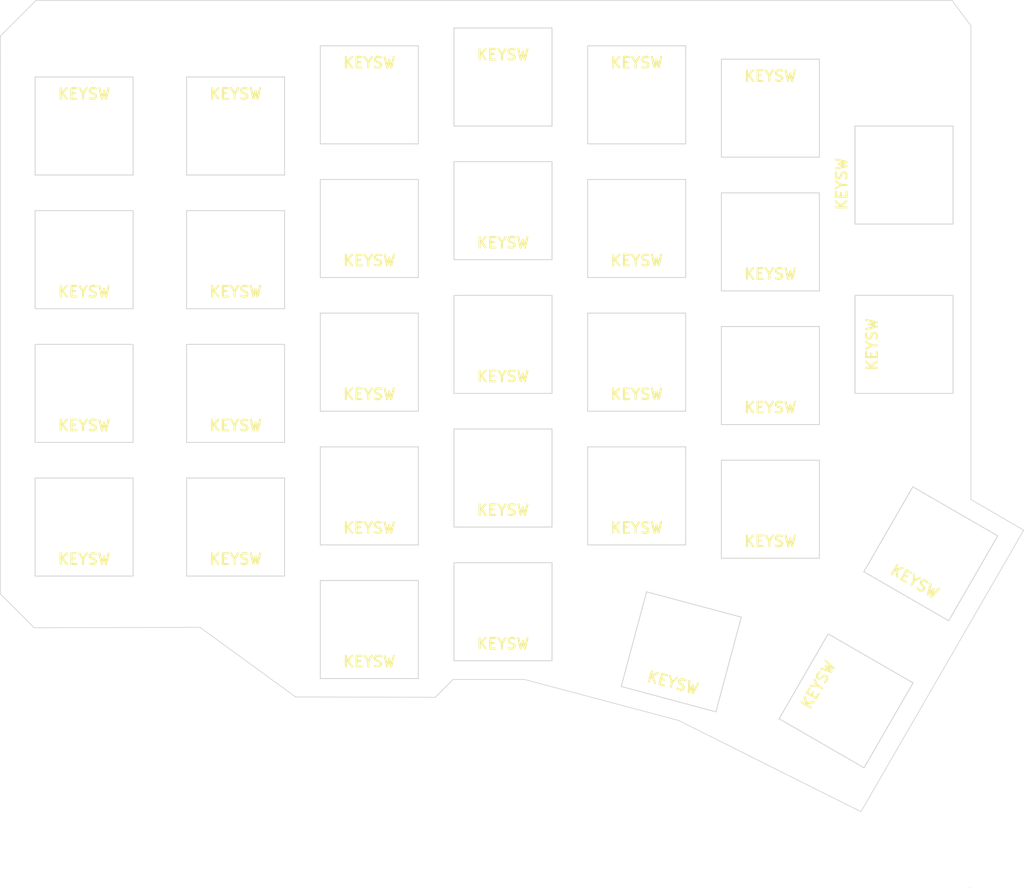
<source format=kicad_pcb>
(kicad_pcb (version 20171130) (host pcbnew "(5.1.2)-2")

  (general
    (thickness 1.6)
    (drawings 18)
    (tracks 0)
    (zones 0)
    (modules 31)
    (nets 1)
  )

  (page A4)
  (title_block
    (title "Redox keyboard PCB")
    (date 2018-05-05)
    (rev 1.0)
    (comment 1 "designed by Mattia Dal Ben (aka u/TiaMaT102)")
    (comment 2 https://github.com/mattdibi/redox-keyboard)
  )

  (layers
    (0 F.Cu signal hide)
    (31 B.Cu signal hide)
    (32 B.Adhes user hide)
    (33 F.Adhes user hide)
    (34 B.Paste user hide)
    (35 F.Paste user hide)
    (36 B.SilkS user hide)
    (37 F.SilkS user hide)
    (38 B.Mask user hide)
    (39 F.Mask user hide)
    (40 Dwgs.User user hide)
    (41 Cmts.User user hide)
    (42 Eco1.User user)
    (43 Eco2.User user hide)
    (44 Edge.Cuts user)
    (45 Margin user hide)
    (46 B.CrtYd user hide)
    (47 F.CrtYd user hide)
    (48 B.Fab user hide)
    (49 F.Fab user hide)
  )

  (setup
    (last_trace_width 0.25)
    (trace_clearance 0.2)
    (zone_clearance 0.508)
    (zone_45_only no)
    (trace_min 0.2)
    (via_size 0.6)
    (via_drill 0.4)
    (via_min_size 0.4)
    (via_min_drill 0.3)
    (uvia_size 0.3)
    (uvia_drill 0.1)
    (uvias_allowed no)
    (uvia_min_size 0.2)
    (uvia_min_drill 0.1)
    (edge_width 0.1)
    (segment_width 0.2)
    (pcb_text_width 0.3)
    (pcb_text_size 1.5 1.5)
    (mod_edge_width 0.15)
    (mod_text_size 1 1)
    (mod_text_width 0.15)
    (pad_size 1.5 1.5)
    (pad_drill 0.6)
    (pad_to_mask_clearance 0)
    (aux_axis_origin 0 0)
    (visible_elements 7FFFFFFF)
    (pcbplotparams
      (layerselection 0x010fc_ffffffff)
      (usegerberextensions true)
      (usegerberattributes false)
      (usegerberadvancedattributes false)
      (creategerberjobfile false)
      (excludeedgelayer true)
      (linewidth 0.100000)
      (plotframeref false)
      (viasonmask false)
      (mode 1)
      (useauxorigin false)
      (hpglpennumber 1)
      (hpglpenspeed 20)
      (hpglpendiameter 15.000000)
      (psnegative false)
      (psa4output false)
      (plotreference true)
      (plotvalue true)
      (plotinvisibletext false)
      (padsonsilk false)
      (subtractmaskfromsilk false)
      (outputformat 1)
      (mirror false)
      (drillshape 0)
      (scaleselection 1)
      (outputdirectory "gerber_files/"))
  )

  (net 0 "")

  (net_class Default "Questo è il gruppo di collegamenti predefinito"
    (clearance 0.2)
    (trace_width 0.25)
    (via_dia 0.6)
    (via_drill 0.4)
    (uvia_dia 0.3)
    (uvia_drill 0.1)
  )

  (module pcb:SW_Cherry_MX_1.00u_PCB (layer F.Cu) (tedit 5DB3E7C9) (tstamp 5A80A406)
    (at 151.13 59.69 180)
    (descr "Cherry MX keyswitch, 1.00u, PCB mount, http://cherryamericas.com/wp-content/uploads/2014/12/mx_cat.pdf")
    (tags "Cherry MX keyswitch 1.00u PCB")
    (path /5A809203)
    (fp_text reference K3 (at -0.22 2.79 180) (layer F.SilkS) hide
      (effects (font (size 1 1) (thickness 0.2)))
    )
    (fp_text value KEYSW (at 0 3.175 180) (layer F.SilkS)
      (effects (font (size 1.524 1.524) (thickness 0.3048)))
    )
    (fp_line (start -6.985 6.985) (end -6.985 -6.985) (layer Edge.Cuts) (width 0.12))
    (fp_line (start 6.985 6.985) (end -6.985 6.985) (layer Edge.Cuts) (width 0.12))
    (fp_line (start 6.985 -6.985) (end 6.985 6.985) (layer Edge.Cuts) (width 0.12))
    (fp_line (start -6.985 -6.985) (end 6.985 -6.985) (layer Edge.Cuts) (width 0.12))
    (fp_line (start -9.525 9.525) (end -9.525 -9.525) (layer Dwgs.User) (width 0.15))
    (fp_line (start 9.525 9.525) (end -9.525 9.525) (layer Dwgs.User) (width 0.15))
    (fp_line (start 9.525 -9.525) (end 9.525 9.525) (layer Dwgs.User) (width 0.15))
    (fp_line (start -9.525 -9.525) (end 9.525 -9.525) (layer Dwgs.User) (width 0.15))
    (fp_text user %R (at 0 -7.874) (layer F.Fab)
      (effects (font (size 1 1) (thickness 0.15)))
    )
    (model ${KISYS3DMOD}/Button_Switch_Keyboard.3dshapes/SW_Cherry_MX_1.00u_PCB.wrl
      (at (xyz 0 0 0))
      (scale (xyz 1 1 1))
      (rotate (xyz 0 0 0))
    )
  )

  (module pcb:SW_Cherry_MX_1.00u_PCB (layer F.Cu) (tedit 5DB3E7C9) (tstamp 5A80A523)
    (at 170.18 100.33)
    (descr "Cherry MX keyswitch, 1.00u, PCB mount, http://cherryamericas.com/wp-content/uploads/2014/12/mx_cat.pdf")
    (tags "Cherry MX keyswitch 1.00u PCB")
    (path /5A80ABBE)
    (fp_text reference K24 (at -0.22 2.79) (layer F.SilkS) hide
      (effects (font (size 1 1) (thickness 0.2)))
    )
    (fp_text value KEYSW (at 0 4.572) (layer F.SilkS)
      (effects (font (size 1.524 1.524) (thickness 0.3048)))
    )
    (fp_line (start -6.985 6.985) (end -6.985 -6.985) (layer Edge.Cuts) (width 0.12))
    (fp_line (start 6.985 6.985) (end -6.985 6.985) (layer Edge.Cuts) (width 0.12))
    (fp_line (start 6.985 -6.985) (end 6.985 6.985) (layer Edge.Cuts) (width 0.12))
    (fp_line (start -6.985 -6.985) (end 6.985 -6.985) (layer Edge.Cuts) (width 0.12))
    (fp_line (start -9.525 9.525) (end -9.525 -9.525) (layer Dwgs.User) (width 0.15))
    (fp_line (start 9.525 9.525) (end -9.525 9.525) (layer Dwgs.User) (width 0.15))
    (fp_line (start 9.525 -9.525) (end 9.525 9.525) (layer Dwgs.User) (width 0.15))
    (fp_line (start -9.525 -9.525) (end 9.525 -9.525) (layer Dwgs.User) (width 0.15))
    (fp_text user %R (at 0 -7.874) (layer F.Fab)
      (effects (font (size 1 1) (thickness 0.15)))
    )
    (model ${KISYS3DMOD}/Button_Switch_Keyboard.3dshapes/SW_Cherry_MX_1.00u_PCB.wrl
      (at (xyz 0 0 0))
      (scale (xyz 1 1 1))
      (rotate (xyz 0 0 0))
    )
  )

  (module pcb:SW_Cherry_MX_1.00u_PCB (layer F.Cu) (tedit 5DB3E7C9) (tstamp 5A80A640)
    (at 200.025 148.59 240)
    (descr "Cherry MX keyswitch, 1.00u, PCB mount, http://cherryamericas.com/wp-content/uploads/2014/12/mx_cat.pdf")
    (tags "Cherry MX keyswitch 1.00u PCB")
    (path /5A80E4D4)
    (fp_text reference K45 (at -0.254 2.794 240) (layer F.SilkS) hide
      (effects (font (size 1 1) (thickness 0.2)))
    )
    (fp_text value KEYSW (at 0 4.572 240) (layer F.SilkS)
      (effects (font (size 1.524 1.524) (thickness 0.3048)))
    )
    (fp_line (start -6.985 6.985) (end -6.985 -6.985) (layer Edge.Cuts) (width 0.12))
    (fp_line (start 6.985 6.985) (end -6.985 6.985) (layer Edge.Cuts) (width 0.12))
    (fp_line (start 6.985 -6.985) (end 6.985 6.985) (layer Edge.Cuts) (width 0.12))
    (fp_line (start -6.985 -6.985) (end 6.985 -6.985) (layer Edge.Cuts) (width 0.12))
    (fp_line (start -9.525 9.525) (end -9.525 -9.525) (layer Dwgs.User) (width 0.15))
    (fp_line (start 9.525 9.525) (end -9.525 9.525) (layer Dwgs.User) (width 0.15))
    (fp_line (start 9.525 -9.525) (end 9.525 9.525) (layer Dwgs.User) (width 0.15))
    (fp_line (start -9.525 -9.525) (end 9.525 -9.525) (layer Dwgs.User) (width 0.15))
    (fp_text user %R (at 0 -7.874 60) (layer F.Fab)
      (effects (font (size 1 1) (thickness 0.15)))
    )
    (model ${KISYS3DMOD}/Button_Switch_Keyboard.3dshapes/SW_Cherry_MX_1.00u_PCB.wrl
      (at (xyz 0 0 0))
      (scale (xyz 1 1 1))
      (rotate (xyz 0 0 0))
    )
  )

  (module pcb:SW_Cherry_MX_1.00u_PCB (layer F.Cu) (tedit 5DB3E7C9) (tstamp 5A80A4C4)
    (at 208.28 97.79 270)
    (descr "Cherry MX keyswitch, 1.00u, PCB mount, http://cherryamericas.com/wp-content/uploads/2014/12/mx_cat.pdf")
    (tags "Cherry MX keyswitch 1.00u PCB")
    (path /5A809C6B)
    (fp_text reference K16 (at -0.254 2.794 270) (layer F.SilkS) hide
      (effects (font (size 1 1) (thickness 0.2)))
    )
    (fp_text value KEYSW (at 0 4.572 270) (layer F.SilkS)
      (effects (font (size 1.524 1.524) (thickness 0.3048)))
    )
    (fp_line (start -6.985 6.985) (end -6.985 -6.985) (layer Edge.Cuts) (width 0.12))
    (fp_line (start 6.985 6.985) (end -6.985 6.985) (layer Edge.Cuts) (width 0.12))
    (fp_line (start 6.985 -6.985) (end 6.985 6.985) (layer Edge.Cuts) (width 0.12))
    (fp_line (start -6.985 -6.985) (end 6.985 -6.985) (layer Edge.Cuts) (width 0.12))
    (fp_line (start -9.525 9.525) (end -9.525 -9.525) (layer Dwgs.User) (width 0.15))
    (fp_line (start 9.525 9.525) (end -9.525 9.525) (layer Dwgs.User) (width 0.15))
    (fp_line (start 9.525 -9.525) (end 9.525 9.525) (layer Dwgs.User) (width 0.15))
    (fp_line (start -9.525 -9.525) (end 9.525 -9.525) (layer Dwgs.User) (width 0.15))
    (fp_text user %R (at 0 -7.874 90) (layer F.Fab)
      (effects (font (size 1 1) (thickness 0.15)))
    )
    (model ${KISYS3DMOD}/Button_Switch_Keyboard.3dshapes/SW_Cherry_MX_1.00u_PCB.wrl
      (at (xyz 0 0 0))
      (scale (xyz 1 1 1))
      (rotate (xyz 0 0 0))
    )
  )

  (module pcb:SW_Cherry_MX_1.00u_PCB (layer F.Cu) (tedit 5DB3E7C9) (tstamp 5A80A3E0)
    (at 113.03 66.675 180)
    (descr "Cherry MX keyswitch, 1.00u, PCB mount, http://cherryamericas.com/wp-content/uploads/2014/12/mx_cat.pdf")
    (tags "Cherry MX keyswitch 1.00u PCB")
    (path /5A809089)
    (fp_text reference K1 (at -0.22 2.79 180) (layer F.SilkS) hide
      (effects (font (size 1 1) (thickness 0.2)))
    )
    (fp_text value KEYSW (at 0 4.572 180) (layer F.SilkS)
      (effects (font (size 1.524 1.524) (thickness 0.3048)))
    )
    (fp_line (start -6.985 6.985) (end -6.985 -6.985) (layer Edge.Cuts) (width 0.12))
    (fp_line (start 6.985 6.985) (end -6.985 6.985) (layer Edge.Cuts) (width 0.12))
    (fp_line (start 6.985 -6.985) (end 6.985 6.985) (layer Edge.Cuts) (width 0.12))
    (fp_line (start -6.985 -6.985) (end 6.985 -6.985) (layer Edge.Cuts) (width 0.12))
    (fp_line (start -9.525 9.525) (end -9.525 -9.525) (layer Dwgs.User) (width 0.15))
    (fp_line (start 9.525 9.525) (end -9.525 9.525) (layer Dwgs.User) (width 0.15))
    (fp_line (start 9.525 -9.525) (end 9.525 9.525) (layer Dwgs.User) (width 0.15))
    (fp_line (start -9.525 -9.525) (end 9.525 -9.525) (layer Dwgs.User) (width 0.15))
    (fp_text user %R (at 0 -7.874) (layer F.Fab)
      (effects (font (size 1 1) (thickness 0.15)))
    )
    (model ${KISYS3DMOD}/Button_Switch_Keyboard.3dshapes/SW_Cherry_MX_1.00u_PCB.wrl
      (at (xyz 0 0 0))
      (scale (xyz 1 1 1))
      (rotate (xyz 0 0 0))
    )
  )

  (module pcb:SW_Cherry_MX_1.00u_PCB (layer F.Cu) (tedit 5DB3E7C9) (tstamp 5A80A3F3)
    (at 132.08 62.23 180)
    (descr "Cherry MX keyswitch, 1.00u, PCB mount, http://cherryamericas.com/wp-content/uploads/2014/12/mx_cat.pdf")
    (tags "Cherry MX keyswitch 1.00u PCB")
    (path /5A8091F6)
    (fp_text reference K2 (at -0.22 2.79 180) (layer F.SilkS) hide
      (effects (font (size 1 1) (thickness 0.2)))
    )
    (fp_text value KEYSW (at 0 4.572 180) (layer F.SilkS)
      (effects (font (size 1.524 1.524) (thickness 0.3048)))
    )
    (fp_line (start -6.985 6.985) (end -6.985 -6.985) (layer Edge.Cuts) (width 0.12))
    (fp_line (start 6.985 6.985) (end -6.985 6.985) (layer Edge.Cuts) (width 0.12))
    (fp_line (start 6.985 -6.985) (end 6.985 6.985) (layer Edge.Cuts) (width 0.12))
    (fp_line (start -6.985 -6.985) (end 6.985 -6.985) (layer Edge.Cuts) (width 0.12))
    (fp_line (start -9.525 9.525) (end -9.525 -9.525) (layer Dwgs.User) (width 0.15))
    (fp_line (start 9.525 9.525) (end -9.525 9.525) (layer Dwgs.User) (width 0.15))
    (fp_line (start 9.525 -9.525) (end 9.525 9.525) (layer Dwgs.User) (width 0.15))
    (fp_line (start -9.525 -9.525) (end 9.525 -9.525) (layer Dwgs.User) (width 0.15))
    (fp_text user %R (at 0 -7.874) (layer F.Fab)
      (effects (font (size 1 1) (thickness 0.15)))
    )
    (model ${KISYS3DMOD}/Button_Switch_Keyboard.3dshapes/SW_Cherry_MX_1.00u_PCB.wrl
      (at (xyz 0 0 0))
      (scale (xyz 1 1 1))
      (rotate (xyz 0 0 0))
    )
  )

  (module pcb:SW_Cherry_MX_1.00u_PCB (layer F.Cu) (tedit 5DB3E7C9) (tstamp 5A80A419)
    (at 170.18 62.23 180)
    (descr "Cherry MX keyswitch, 1.00u, PCB mount, http://cherryamericas.com/wp-content/uploads/2014/12/mx_cat.pdf")
    (tags "Cherry MX keyswitch 1.00u PCB")
    (path /5A80948D)
    (fp_text reference K4 (at -0.22 2.79 180) (layer F.SilkS) hide
      (effects (font (size 1 1) (thickness 0.2)))
    )
    (fp_text value KEYSW (at 0 4.572 180) (layer F.SilkS)
      (effects (font (size 1.524 1.524) (thickness 0.3048)))
    )
    (fp_line (start -6.985 6.985) (end -6.985 -6.985) (layer Edge.Cuts) (width 0.12))
    (fp_line (start 6.985 6.985) (end -6.985 6.985) (layer Edge.Cuts) (width 0.12))
    (fp_line (start 6.985 -6.985) (end 6.985 6.985) (layer Edge.Cuts) (width 0.12))
    (fp_line (start -6.985 -6.985) (end 6.985 -6.985) (layer Edge.Cuts) (width 0.12))
    (fp_line (start -9.525 9.525) (end -9.525 -9.525) (layer Dwgs.User) (width 0.15))
    (fp_line (start 9.525 9.525) (end -9.525 9.525) (layer Dwgs.User) (width 0.15))
    (fp_line (start 9.525 -9.525) (end 9.525 9.525) (layer Dwgs.User) (width 0.15))
    (fp_line (start -9.525 -9.525) (end 9.525 -9.525) (layer Dwgs.User) (width 0.15))
    (fp_text user %R (at 0 -7.874) (layer F.Fab)
      (effects (font (size 1 1) (thickness 0.15)))
    )
    (model ${KISYS3DMOD}/Button_Switch_Keyboard.3dshapes/SW_Cherry_MX_1.00u_PCB.wrl
      (at (xyz 0 0 0))
      (scale (xyz 1 1 1))
      (rotate (xyz 0 0 0))
    )
  )

  (module pcb:SW_Cherry_MX_1.00u_PCB (layer F.Cu) (tedit 5DB3E7C9) (tstamp 5A80A42C)
    (at 189.23 64.135 180)
    (descr "Cherry MX keyswitch, 1.00u, PCB mount, http://cherryamericas.com/wp-content/uploads/2014/12/mx_cat.pdf")
    (tags "Cherry MX keyswitch 1.00u PCB")
    (path /5A80949A)
    (fp_text reference K5 (at -0.22 2.79 180) (layer F.SilkS) hide
      (effects (font (size 1 1) (thickness 0.2)))
    )
    (fp_text value KEYSW (at 0 4.572 180) (layer F.SilkS)
      (effects (font (size 1.524 1.524) (thickness 0.3048)))
    )
    (fp_line (start -6.985 6.985) (end -6.985 -6.985) (layer Edge.Cuts) (width 0.12))
    (fp_line (start 6.985 6.985) (end -6.985 6.985) (layer Edge.Cuts) (width 0.12))
    (fp_line (start 6.985 -6.985) (end 6.985 6.985) (layer Edge.Cuts) (width 0.12))
    (fp_line (start -6.985 -6.985) (end 6.985 -6.985) (layer Edge.Cuts) (width 0.12))
    (fp_line (start -9.525 9.525) (end -9.525 -9.525) (layer Dwgs.User) (width 0.15))
    (fp_line (start 9.525 9.525) (end -9.525 9.525) (layer Dwgs.User) (width 0.15))
    (fp_line (start 9.525 -9.525) (end 9.525 9.525) (layer Dwgs.User) (width 0.15))
    (fp_line (start -9.525 -9.525) (end 9.525 -9.525) (layer Dwgs.User) (width 0.15))
    (fp_text user %R (at 0 -7.874) (layer F.Fab)
      (effects (font (size 1 1) (thickness 0.15)))
    )
    (model ${KISYS3DMOD}/Button_Switch_Keyboard.3dshapes/SW_Cherry_MX_1.00u_PCB.wrl
      (at (xyz 0 0 0))
      (scale (xyz 1 1 1))
      (rotate (xyz 0 0 0))
    )
  )

  (module pcb:SW_Cherry_MX_1.00u_PCB (layer F.Cu) (tedit 5DB3E7C9) (tstamp 5A80A43F)
    (at 208.28 73.66 180)
    (descr "Cherry MX keyswitch, 1.00u, PCB mount, http://cherryamericas.com/wp-content/uploads/2014/12/mx_cat.pdf")
    (tags "Cherry MX keyswitch 1.00u PCB")
    (path /5A8094A7)
    (fp_text reference K6 (at -0.22 2.79 180) (layer F.SilkS) hide
      (effects (font (size 1 1) (thickness 0.2)))
    )
    (fp_text value KEYSW (at 8.89 -1.27 270) (layer F.SilkS)
      (effects (font (size 1.524 1.524) (thickness 0.3048)))
    )
    (fp_line (start -6.985 6.985) (end -6.985 -6.985) (layer Edge.Cuts) (width 0.12))
    (fp_line (start 6.985 6.985) (end -6.985 6.985) (layer Edge.Cuts) (width 0.12))
    (fp_line (start 6.985 -6.985) (end 6.985 6.985) (layer Edge.Cuts) (width 0.12))
    (fp_line (start -6.985 -6.985) (end 6.985 -6.985) (layer Edge.Cuts) (width 0.12))
    (fp_line (start -9.525 9.525) (end -9.525 -9.525) (layer Dwgs.User) (width 0.15))
    (fp_line (start 9.525 9.525) (end -9.525 9.525) (layer Dwgs.User) (width 0.15))
    (fp_line (start 9.525 -9.525) (end 9.525 9.525) (layer Dwgs.User) (width 0.15))
    (fp_line (start -9.525 -9.525) (end 9.525 -9.525) (layer Dwgs.User) (width 0.15))
    (fp_text user %R (at 0 -7.874) (layer F.Fab)
      (effects (font (size 1 1) (thickness 0.15)))
    )
    (model ${KISYS3DMOD}/Button_Switch_Keyboard.3dshapes/SW_Cherry_MX_1.00u_PCB.wrl
      (at (xyz 0 0 0))
      (scale (xyz 1 1 1))
      (rotate (xyz 0 0 0))
    )
  )

  (module pcb:SW_Cherry_MX_1.00u_PCB (layer F.Cu) (tedit 5DB3E7C9) (tstamp 5A80A465)
    (at 113.03 85.725)
    (descr "Cherry MX keyswitch, 1.00u, PCB mount, http://cherryamericas.com/wp-content/uploads/2014/12/mx_cat.pdf")
    (tags "Cherry MX keyswitch 1.00u PCB")
    (path /5A809C2A)
    (fp_text reference K11 (at -0.22 2.79) (layer F.SilkS) hide
      (effects (font (size 1 1) (thickness 0.2)))
    )
    (fp_text value KEYSW (at 0 4.572) (layer F.SilkS)
      (effects (font (size 1.524 1.524) (thickness 0.3048)))
    )
    (fp_line (start -6.985 6.985) (end -6.985 -6.985) (layer Edge.Cuts) (width 0.12))
    (fp_line (start 6.985 6.985) (end -6.985 6.985) (layer Edge.Cuts) (width 0.12))
    (fp_line (start 6.985 -6.985) (end 6.985 6.985) (layer Edge.Cuts) (width 0.12))
    (fp_line (start -6.985 -6.985) (end 6.985 -6.985) (layer Edge.Cuts) (width 0.12))
    (fp_line (start -9.525 9.525) (end -9.525 -9.525) (layer Dwgs.User) (width 0.15))
    (fp_line (start 9.525 9.525) (end -9.525 9.525) (layer Dwgs.User) (width 0.15))
    (fp_line (start 9.525 -9.525) (end 9.525 9.525) (layer Dwgs.User) (width 0.15))
    (fp_line (start -9.525 -9.525) (end 9.525 -9.525) (layer Dwgs.User) (width 0.15))
    (fp_text user %R (at 0 -7.874) (layer F.Fab)
      (effects (font (size 1 1) (thickness 0.15)))
    )
    (model ${KISYS3DMOD}/Button_Switch_Keyboard.3dshapes/SW_Cherry_MX_1.00u_PCB.wrl
      (at (xyz 0 0 0))
      (scale (xyz 1 1 1))
      (rotate (xyz 0 0 0))
    )
  )

  (module pcb:SW_Cherry_MX_1.00u_PCB (layer F.Cu) (tedit 5DB3E7C9) (tstamp 5A80A478)
    (at 132.08 81.28)
    (descr "Cherry MX keyswitch, 1.00u, PCB mount, http://cherryamericas.com/wp-content/uploads/2014/12/mx_cat.pdf")
    (tags "Cherry MX keyswitch 1.00u PCB")
    (path /5A809C37)
    (fp_text reference K12 (at -0.22 2.79) (layer F.SilkS) hide
      (effects (font (size 1 1) (thickness 0.2)))
    )
    (fp_text value KEYSW (at 0 4.572) (layer F.SilkS)
      (effects (font (size 1.524 1.524) (thickness 0.3048)))
    )
    (fp_line (start -6.985 6.985) (end -6.985 -6.985) (layer Edge.Cuts) (width 0.12))
    (fp_line (start 6.985 6.985) (end -6.985 6.985) (layer Edge.Cuts) (width 0.12))
    (fp_line (start 6.985 -6.985) (end 6.985 6.985) (layer Edge.Cuts) (width 0.12))
    (fp_line (start -6.985 -6.985) (end 6.985 -6.985) (layer Edge.Cuts) (width 0.12))
    (fp_line (start -9.525 9.525) (end -9.525 -9.525) (layer Dwgs.User) (width 0.15))
    (fp_line (start 9.525 9.525) (end -9.525 9.525) (layer Dwgs.User) (width 0.15))
    (fp_line (start 9.525 -9.525) (end 9.525 9.525) (layer Dwgs.User) (width 0.15))
    (fp_line (start -9.525 -9.525) (end 9.525 -9.525) (layer Dwgs.User) (width 0.15))
    (fp_text user %R (at 0 -7.874) (layer F.Fab)
      (effects (font (size 1 1) (thickness 0.15)))
    )
    (model ${KISYS3DMOD}/Button_Switch_Keyboard.3dshapes/SW_Cherry_MX_1.00u_PCB.wrl
      (at (xyz 0 0 0))
      (scale (xyz 1 1 1))
      (rotate (xyz 0 0 0))
    )
  )

  (module pcb:SW_Cherry_MX_1.00u_PCB (layer F.Cu) (tedit 5DB3E7C9) (tstamp 5A80A48B)
    (at 151.13 78.74)
    (descr "Cherry MX keyswitch, 1.00u, PCB mount, http://cherryamericas.com/wp-content/uploads/2014/12/mx_cat.pdf")
    (tags "Cherry MX keyswitch 1.00u PCB")
    (path /5A809C44)
    (fp_text reference K13 (at -0.22 2.79) (layer F.SilkS) hide
      (effects (font (size 1 1) (thickness 0.2)))
    )
    (fp_text value KEYSW (at 0 4.572) (layer F.SilkS)
      (effects (font (size 1.524 1.524) (thickness 0.3048)))
    )
    (fp_line (start -6.985 6.985) (end -6.985 -6.985) (layer Edge.Cuts) (width 0.12))
    (fp_line (start 6.985 6.985) (end -6.985 6.985) (layer Edge.Cuts) (width 0.12))
    (fp_line (start 6.985 -6.985) (end 6.985 6.985) (layer Edge.Cuts) (width 0.12))
    (fp_line (start -6.985 -6.985) (end 6.985 -6.985) (layer Edge.Cuts) (width 0.12))
    (fp_line (start -9.525 9.525) (end -9.525 -9.525) (layer Dwgs.User) (width 0.15))
    (fp_line (start 9.525 9.525) (end -9.525 9.525) (layer Dwgs.User) (width 0.15))
    (fp_line (start 9.525 -9.525) (end 9.525 9.525) (layer Dwgs.User) (width 0.15))
    (fp_line (start -9.525 -9.525) (end 9.525 -9.525) (layer Dwgs.User) (width 0.15))
    (fp_text user %R (at 0 -7.874) (layer F.Fab)
      (effects (font (size 1 1) (thickness 0.15)))
    )
    (model ${KISYS3DMOD}/Button_Switch_Keyboard.3dshapes/SW_Cherry_MX_1.00u_PCB.wrl
      (at (xyz 0 0 0))
      (scale (xyz 1 1 1))
      (rotate (xyz 0 0 0))
    )
  )

  (module pcb:SW_Cherry_MX_1.00u_PCB (layer F.Cu) (tedit 5DB3E7C9) (tstamp 5A80A49E)
    (at 170.18 81.28)
    (descr "Cherry MX keyswitch, 1.00u, PCB mount, http://cherryamericas.com/wp-content/uploads/2014/12/mx_cat.pdf")
    (tags "Cherry MX keyswitch 1.00u PCB")
    (path /5A809C51)
    (fp_text reference K14 (at -0.22 2.79) (layer F.SilkS) hide
      (effects (font (size 1 1) (thickness 0.2)))
    )
    (fp_text value KEYSW (at 0 4.572) (layer F.SilkS)
      (effects (font (size 1.524 1.524) (thickness 0.3048)))
    )
    (fp_line (start -6.985 6.985) (end -6.985 -6.985) (layer Edge.Cuts) (width 0.12))
    (fp_line (start 6.985 6.985) (end -6.985 6.985) (layer Edge.Cuts) (width 0.12))
    (fp_line (start 6.985 -6.985) (end 6.985 6.985) (layer Edge.Cuts) (width 0.12))
    (fp_line (start -6.985 -6.985) (end 6.985 -6.985) (layer Edge.Cuts) (width 0.12))
    (fp_line (start -9.525 9.525) (end -9.525 -9.525) (layer Dwgs.User) (width 0.15))
    (fp_line (start 9.525 9.525) (end -9.525 9.525) (layer Dwgs.User) (width 0.15))
    (fp_line (start 9.525 -9.525) (end 9.525 9.525) (layer Dwgs.User) (width 0.15))
    (fp_line (start -9.525 -9.525) (end 9.525 -9.525) (layer Dwgs.User) (width 0.15))
    (fp_text user %R (at 0 -7.874) (layer F.Fab)
      (effects (font (size 1 1) (thickness 0.15)))
    )
    (model ${KISYS3DMOD}/Button_Switch_Keyboard.3dshapes/SW_Cherry_MX_1.00u_PCB.wrl
      (at (xyz 0 0 0))
      (scale (xyz 1 1 1))
      (rotate (xyz 0 0 0))
    )
  )

  (module pcb:SW_Cherry_MX_1.00u_PCB (layer F.Cu) (tedit 5DB3E7C9) (tstamp 5A80A4B1)
    (at 189.23 83.185)
    (descr "Cherry MX keyswitch, 1.00u, PCB mount, http://cherryamericas.com/wp-content/uploads/2014/12/mx_cat.pdf")
    (tags "Cherry MX keyswitch 1.00u PCB")
    (path /5A809C5E)
    (fp_text reference K15 (at -0.22 2.79) (layer F.SilkS) hide
      (effects (font (size 1 1) (thickness 0.2)))
    )
    (fp_text value KEYSW (at 0 4.572) (layer F.SilkS)
      (effects (font (size 1.524 1.524) (thickness 0.3048)))
    )
    (fp_line (start -6.985 6.985) (end -6.985 -6.985) (layer Edge.Cuts) (width 0.12))
    (fp_line (start 6.985 6.985) (end -6.985 6.985) (layer Edge.Cuts) (width 0.12))
    (fp_line (start 6.985 -6.985) (end 6.985 6.985) (layer Edge.Cuts) (width 0.12))
    (fp_line (start -6.985 -6.985) (end 6.985 -6.985) (layer Edge.Cuts) (width 0.12))
    (fp_line (start -9.525 9.525) (end -9.525 -9.525) (layer Dwgs.User) (width 0.15))
    (fp_line (start 9.525 9.525) (end -9.525 9.525) (layer Dwgs.User) (width 0.15))
    (fp_line (start 9.525 -9.525) (end 9.525 9.525) (layer Dwgs.User) (width 0.15))
    (fp_line (start -9.525 -9.525) (end 9.525 -9.525) (layer Dwgs.User) (width 0.15))
    (fp_text user %R (at 0 -7.874) (layer F.Fab)
      (effects (font (size 1 1) (thickness 0.15)))
    )
    (model ${KISYS3DMOD}/Button_Switch_Keyboard.3dshapes/SW_Cherry_MX_1.00u_PCB.wrl
      (at (xyz 0 0 0))
      (scale (xyz 1 1 1))
      (rotate (xyz 0 0 0))
    )
  )

  (module pcb:SW_Cherry_MX_1.00u_PCB (layer F.Cu) (tedit 5DB3E7C9) (tstamp 5A80A4EA)
    (at 113.03 104.775)
    (descr "Cherry MX keyswitch, 1.00u, PCB mount, http://cherryamericas.com/wp-content/uploads/2014/12/mx_cat.pdf")
    (tags "Cherry MX keyswitch 1.00u PCB")
    (path /5A80AB97)
    (fp_text reference K21 (at -0.22 2.79) (layer F.SilkS) hide
      (effects (font (size 1 1) (thickness 0.2)))
    )
    (fp_text value KEYSW (at 0 4.572) (layer F.SilkS)
      (effects (font (size 1.524 1.524) (thickness 0.3048)))
    )
    (fp_line (start -6.985 6.985) (end -6.985 -6.985) (layer Edge.Cuts) (width 0.12))
    (fp_line (start 6.985 6.985) (end -6.985 6.985) (layer Edge.Cuts) (width 0.12))
    (fp_line (start 6.985 -6.985) (end 6.985 6.985) (layer Edge.Cuts) (width 0.12))
    (fp_line (start -6.985 -6.985) (end 6.985 -6.985) (layer Edge.Cuts) (width 0.12))
    (fp_line (start -9.525 9.525) (end -9.525 -9.525) (layer Dwgs.User) (width 0.15))
    (fp_line (start 9.525 9.525) (end -9.525 9.525) (layer Dwgs.User) (width 0.15))
    (fp_line (start 9.525 -9.525) (end 9.525 9.525) (layer Dwgs.User) (width 0.15))
    (fp_line (start -9.525 -9.525) (end 9.525 -9.525) (layer Dwgs.User) (width 0.15))
    (fp_text user %R (at 0 -7.874) (layer F.Fab)
      (effects (font (size 1 1) (thickness 0.15)))
    )
    (model ${KISYS3DMOD}/Button_Switch_Keyboard.3dshapes/SW_Cherry_MX_1.00u_PCB.wrl
      (at (xyz 0 0 0))
      (scale (xyz 1 1 1))
      (rotate (xyz 0 0 0))
    )
  )

  (module pcb:SW_Cherry_MX_1.00u_PCB (layer F.Cu) (tedit 5DB3E7C9) (tstamp 5A80A4FD)
    (at 132.08 100.33)
    (descr "Cherry MX keyswitch, 1.00u, PCB mount, http://cherryamericas.com/wp-content/uploads/2014/12/mx_cat.pdf")
    (tags "Cherry MX keyswitch 1.00u PCB")
    (path /5A80ABA4)
    (fp_text reference K22 (at -0.22 2.79) (layer F.SilkS) hide
      (effects (font (size 1 1) (thickness 0.2)))
    )
    (fp_text value KEYSW (at 0 4.572) (layer F.SilkS)
      (effects (font (size 1.524 1.524) (thickness 0.3048)))
    )
    (fp_line (start -6.985 6.985) (end -6.985 -6.985) (layer Edge.Cuts) (width 0.12))
    (fp_line (start 6.985 6.985) (end -6.985 6.985) (layer Edge.Cuts) (width 0.12))
    (fp_line (start 6.985 -6.985) (end 6.985 6.985) (layer Edge.Cuts) (width 0.12))
    (fp_line (start -6.985 -6.985) (end 6.985 -6.985) (layer Edge.Cuts) (width 0.12))
    (fp_line (start -9.525 9.525) (end -9.525 -9.525) (layer Dwgs.User) (width 0.15))
    (fp_line (start 9.525 9.525) (end -9.525 9.525) (layer Dwgs.User) (width 0.15))
    (fp_line (start 9.525 -9.525) (end 9.525 9.525) (layer Dwgs.User) (width 0.15))
    (fp_line (start -9.525 -9.525) (end 9.525 -9.525) (layer Dwgs.User) (width 0.15))
    (fp_text user %R (at 0 -7.874) (layer F.Fab)
      (effects (font (size 1 1) (thickness 0.15)))
    )
    (model ${KISYS3DMOD}/Button_Switch_Keyboard.3dshapes/SW_Cherry_MX_1.00u_PCB.wrl
      (at (xyz 0 0 0))
      (scale (xyz 1 1 1))
      (rotate (xyz 0 0 0))
    )
  )

  (module pcb:SW_Cherry_MX_1.00u_PCB (layer F.Cu) (tedit 5DB3E7C9) (tstamp 5A80A510)
    (at 151.13 97.79)
    (descr "Cherry MX keyswitch, 1.00u, PCB mount, http://cherryamericas.com/wp-content/uploads/2014/12/mx_cat.pdf")
    (tags "Cherry MX keyswitch 1.00u PCB")
    (path /5A80ABB1)
    (fp_text reference K23 (at -0.22 2.79) (layer F.SilkS) hide
      (effects (font (size 1 1) (thickness 0.2)))
    )
    (fp_text value KEYSW (at 0 4.572) (layer F.SilkS)
      (effects (font (size 1.524 1.524) (thickness 0.3048)))
    )
    (fp_line (start -6.985 6.985) (end -6.985 -6.985) (layer Edge.Cuts) (width 0.12))
    (fp_line (start 6.985 6.985) (end -6.985 6.985) (layer Edge.Cuts) (width 0.12))
    (fp_line (start 6.985 -6.985) (end 6.985 6.985) (layer Edge.Cuts) (width 0.12))
    (fp_line (start -6.985 -6.985) (end 6.985 -6.985) (layer Edge.Cuts) (width 0.12))
    (fp_line (start -9.525 9.525) (end -9.525 -9.525) (layer Dwgs.User) (width 0.15))
    (fp_line (start 9.525 9.525) (end -9.525 9.525) (layer Dwgs.User) (width 0.15))
    (fp_line (start 9.525 -9.525) (end 9.525 9.525) (layer Dwgs.User) (width 0.15))
    (fp_line (start -9.525 -9.525) (end 9.525 -9.525) (layer Dwgs.User) (width 0.15))
    (fp_text user %R (at 0 -7.874) (layer F.Fab)
      (effects (font (size 1 1) (thickness 0.15)))
    )
    (model ${KISYS3DMOD}/Button_Switch_Keyboard.3dshapes/SW_Cherry_MX_1.00u_PCB.wrl
      (at (xyz 0 0 0))
      (scale (xyz 1 1 1))
      (rotate (xyz 0 0 0))
    )
  )

  (module pcb:SW_Cherry_MX_1.00u_PCB (layer F.Cu) (tedit 5DB3E7C9) (tstamp 5A80A536)
    (at 189.23 102.235)
    (descr "Cherry MX keyswitch, 1.00u, PCB mount, http://cherryamericas.com/wp-content/uploads/2014/12/mx_cat.pdf")
    (tags "Cherry MX keyswitch 1.00u PCB")
    (path /5A80ABCB)
    (fp_text reference K25 (at -0.22 2.79) (layer F.SilkS) hide
      (effects (font (size 1 1) (thickness 0.2)))
    )
    (fp_text value KEYSW (at 0 4.572) (layer F.SilkS)
      (effects (font (size 1.524 1.524) (thickness 0.3048)))
    )
    (fp_line (start -6.985 6.985) (end -6.985 -6.985) (layer Edge.Cuts) (width 0.12))
    (fp_line (start 6.985 6.985) (end -6.985 6.985) (layer Edge.Cuts) (width 0.12))
    (fp_line (start 6.985 -6.985) (end 6.985 6.985) (layer Edge.Cuts) (width 0.12))
    (fp_line (start -6.985 -6.985) (end 6.985 -6.985) (layer Edge.Cuts) (width 0.12))
    (fp_line (start -9.525 9.525) (end -9.525 -9.525) (layer Dwgs.User) (width 0.15))
    (fp_line (start 9.525 9.525) (end -9.525 9.525) (layer Dwgs.User) (width 0.15))
    (fp_line (start 9.525 -9.525) (end 9.525 9.525) (layer Dwgs.User) (width 0.15))
    (fp_line (start -9.525 -9.525) (end 9.525 -9.525) (layer Dwgs.User) (width 0.15))
    (fp_text user %R (at 0 -7.874) (layer F.Fab)
      (effects (font (size 1 1) (thickness 0.15)))
    )
    (model ${KISYS3DMOD}/Button_Switch_Keyboard.3dshapes/SW_Cherry_MX_1.00u_PCB.wrl
      (at (xyz 0 0 0))
      (scale (xyz 1 1 1))
      (rotate (xyz 0 0 0))
    )
  )

  (module pcb:SW_Cherry_MX_1.00u_PCB (layer F.Cu) (tedit 5DB3E7C9) (tstamp 5A80A549)
    (at 212.09 127.635 330)
    (descr "Cherry MX keyswitch, 1.00u, PCB mount, http://cherryamericas.com/wp-content/uploads/2014/12/mx_cat.pdf")
    (tags "Cherry MX keyswitch 1.00u PCB")
    (path /5A80ABD8)
    (fp_text reference K26 (at -0.22 2.79 330) (layer F.SilkS) hide
      (effects (font (size 1 1) (thickness 0.2)))
    )
    (fp_text value KEYSW (at 0 4.572 330) (layer F.SilkS)
      (effects (font (size 1.524 1.524) (thickness 0.3048)))
    )
    (fp_line (start -6.985 6.985) (end -6.985 -6.985) (layer Edge.Cuts) (width 0.12))
    (fp_line (start 6.985 6.985) (end -6.985 6.985) (layer Edge.Cuts) (width 0.12))
    (fp_line (start 6.985 -6.985) (end 6.985 6.985) (layer Edge.Cuts) (width 0.12))
    (fp_line (start -6.985 -6.985) (end 6.985 -6.985) (layer Edge.Cuts) (width 0.12))
    (fp_line (start -9.525 9.525) (end -9.525 -9.525) (layer Dwgs.User) (width 0.15))
    (fp_line (start 9.525 9.525) (end -9.525 9.525) (layer Dwgs.User) (width 0.15))
    (fp_line (start 9.525 -9.525) (end 9.525 9.525) (layer Dwgs.User) (width 0.15))
    (fp_line (start -9.525 -9.525) (end 9.525 -9.525) (layer Dwgs.User) (width 0.15))
    (fp_text user %R (at 0 -7.874 150) (layer F.Fab)
      (effects (font (size 1 1) (thickness 0.15)))
    )
    (model ${KISYS3DMOD}/Button_Switch_Keyboard.3dshapes/SW_Cherry_MX_1.00u_PCB.wrl
      (at (xyz 0 0 0))
      (scale (xyz 1 1 1))
      (rotate (xyz 0 0 0))
    )
  )

  (module pcb:SW_Cherry_MX_1.00u_PCB (layer F.Cu) (tedit 5DB3E7C9) (tstamp 5A80A56F)
    (at 113.03 123.825)
    (descr "Cherry MX keyswitch, 1.00u, PCB mount, http://cherryamericas.com/wp-content/uploads/2014/12/mx_cat.pdf")
    (tags "Cherry MX keyswitch 1.00u PCB")
    (path /5A80ABF8)
    (fp_text reference K31 (at -0.22 2.79) (layer F.SilkS) hide
      (effects (font (size 1 1) (thickness 0.2)))
    )
    (fp_text value KEYSW (at 0 4.572) (layer F.SilkS)
      (effects (font (size 1.524 1.524) (thickness 0.3048)))
    )
    (fp_line (start -6.985 6.985) (end -6.985 -6.985) (layer Edge.Cuts) (width 0.12))
    (fp_line (start 6.985 6.985) (end -6.985 6.985) (layer Edge.Cuts) (width 0.12))
    (fp_line (start 6.985 -6.985) (end 6.985 6.985) (layer Edge.Cuts) (width 0.12))
    (fp_line (start -6.985 -6.985) (end 6.985 -6.985) (layer Edge.Cuts) (width 0.12))
    (fp_line (start -9.525 9.525) (end -9.525 -9.525) (layer Dwgs.User) (width 0.15))
    (fp_line (start 9.525 9.525) (end -9.525 9.525) (layer Dwgs.User) (width 0.15))
    (fp_line (start 9.525 -9.525) (end 9.525 9.525) (layer Dwgs.User) (width 0.15))
    (fp_line (start -9.525 -9.525) (end 9.525 -9.525) (layer Dwgs.User) (width 0.15))
    (fp_text user %R (at 0 -7.874) (layer F.Fab)
      (effects (font (size 1 1) (thickness 0.15)))
    )
    (model ${KISYS3DMOD}/Button_Switch_Keyboard.3dshapes/SW_Cherry_MX_1.00u_PCB.wrl
      (at (xyz 0 0 0))
      (scale (xyz 1 1 1))
      (rotate (xyz 0 0 0))
    )
  )

  (module pcb:SW_Cherry_MX_1.00u_PCB (layer F.Cu) (tedit 5DB3E7C9) (tstamp 5A80A582)
    (at 132.08 119.38)
    (descr "Cherry MX keyswitch, 1.00u, PCB mount, http://cherryamericas.com/wp-content/uploads/2014/12/mx_cat.pdf")
    (tags "Cherry MX keyswitch 1.00u PCB")
    (path /5A80AC05)
    (fp_text reference K32 (at -0.22 2.79) (layer F.SilkS) hide
      (effects (font (size 1 1) (thickness 0.2)))
    )
    (fp_text value KEYSW (at 0 4.572) (layer F.SilkS)
      (effects (font (size 1.524 1.524) (thickness 0.3048)))
    )
    (fp_line (start -6.985 6.985) (end -6.985 -6.985) (layer Edge.Cuts) (width 0.12))
    (fp_line (start 6.985 6.985) (end -6.985 6.985) (layer Edge.Cuts) (width 0.12))
    (fp_line (start 6.985 -6.985) (end 6.985 6.985) (layer Edge.Cuts) (width 0.12))
    (fp_line (start -6.985 -6.985) (end 6.985 -6.985) (layer Edge.Cuts) (width 0.12))
    (fp_line (start -9.525 9.525) (end -9.525 -9.525) (layer Dwgs.User) (width 0.15))
    (fp_line (start 9.525 9.525) (end -9.525 9.525) (layer Dwgs.User) (width 0.15))
    (fp_line (start 9.525 -9.525) (end 9.525 9.525) (layer Dwgs.User) (width 0.15))
    (fp_line (start -9.525 -9.525) (end 9.525 -9.525) (layer Dwgs.User) (width 0.15))
    (fp_text user %R (at 0 -7.874) (layer F.Fab)
      (effects (font (size 1 1) (thickness 0.15)))
    )
    (model ${KISYS3DMOD}/Button_Switch_Keyboard.3dshapes/SW_Cherry_MX_1.00u_PCB.wrl
      (at (xyz 0 0 0))
      (scale (xyz 1 1 1))
      (rotate (xyz 0 0 0))
    )
  )

  (module pcb:SW_Cherry_MX_1.00u_PCB (layer F.Cu) (tedit 5DB3E7C9) (tstamp 5A80A595)
    (at 151.13 116.84)
    (descr "Cherry MX keyswitch, 1.00u, PCB mount, http://cherryamericas.com/wp-content/uploads/2014/12/mx_cat.pdf")
    (tags "Cherry MX keyswitch 1.00u PCB")
    (path /5A80AC12)
    (fp_text reference K33 (at -0.22 2.79) (layer F.SilkS) hide
      (effects (font (size 1 1) (thickness 0.2)))
    )
    (fp_text value KEYSW (at 0 4.572) (layer F.SilkS)
      (effects (font (size 1.524 1.524) (thickness 0.3048)))
    )
    (fp_line (start -6.985 6.985) (end -6.985 -6.985) (layer Edge.Cuts) (width 0.12))
    (fp_line (start 6.985 6.985) (end -6.985 6.985) (layer Edge.Cuts) (width 0.12))
    (fp_line (start 6.985 -6.985) (end 6.985 6.985) (layer Edge.Cuts) (width 0.12))
    (fp_line (start -6.985 -6.985) (end 6.985 -6.985) (layer Edge.Cuts) (width 0.12))
    (fp_line (start -9.525 9.525) (end -9.525 -9.525) (layer Dwgs.User) (width 0.15))
    (fp_line (start 9.525 9.525) (end -9.525 9.525) (layer Dwgs.User) (width 0.15))
    (fp_line (start 9.525 -9.525) (end 9.525 9.525) (layer Dwgs.User) (width 0.15))
    (fp_line (start -9.525 -9.525) (end 9.525 -9.525) (layer Dwgs.User) (width 0.15))
    (fp_text user %R (at 0 -7.874) (layer F.Fab)
      (effects (font (size 1 1) (thickness 0.15)))
    )
    (model ${KISYS3DMOD}/Button_Switch_Keyboard.3dshapes/SW_Cherry_MX_1.00u_PCB.wrl
      (at (xyz 0 0 0))
      (scale (xyz 1 1 1))
      (rotate (xyz 0 0 0))
    )
  )

  (module pcb:SW_Cherry_MX_1.00u_PCB (layer F.Cu) (tedit 5DB3E7C9) (tstamp 5A80A5A8)
    (at 170.18 119.38)
    (descr "Cherry MX keyswitch, 1.00u, PCB mount, http://cherryamericas.com/wp-content/uploads/2014/12/mx_cat.pdf")
    (tags "Cherry MX keyswitch 1.00u PCB")
    (path /5A80AC1F)
    (fp_text reference K34 (at -0.22 2.79) (layer F.SilkS) hide
      (effects (font (size 1 1) (thickness 0.2)))
    )
    (fp_text value KEYSW (at 0 4.572) (layer F.SilkS)
      (effects (font (size 1.524 1.524) (thickness 0.3048)))
    )
    (fp_line (start -6.985 6.985) (end -6.985 -6.985) (layer Edge.Cuts) (width 0.12))
    (fp_line (start 6.985 6.985) (end -6.985 6.985) (layer Edge.Cuts) (width 0.12))
    (fp_line (start 6.985 -6.985) (end 6.985 6.985) (layer Edge.Cuts) (width 0.12))
    (fp_line (start -6.985 -6.985) (end 6.985 -6.985) (layer Edge.Cuts) (width 0.12))
    (fp_line (start -9.525 9.525) (end -9.525 -9.525) (layer Dwgs.User) (width 0.15))
    (fp_line (start 9.525 9.525) (end -9.525 9.525) (layer Dwgs.User) (width 0.15))
    (fp_line (start 9.525 -9.525) (end 9.525 9.525) (layer Dwgs.User) (width 0.15))
    (fp_line (start -9.525 -9.525) (end 9.525 -9.525) (layer Dwgs.User) (width 0.15))
    (fp_text user %R (at 0 -7.874) (layer F.Fab)
      (effects (font (size 1 1) (thickness 0.15)))
    )
    (model ${KISYS3DMOD}/Button_Switch_Keyboard.3dshapes/SW_Cherry_MX_1.00u_PCB.wrl
      (at (xyz 0 0 0))
      (scale (xyz 1 1 1))
      (rotate (xyz 0 0 0))
    )
  )

  (module pcb:SW_Cherry_MX_1.00u_PCB (layer F.Cu) (tedit 5DB3E7C9) (tstamp 5A80A5BB)
    (at 189.23 121.285)
    (descr "Cherry MX keyswitch, 1.00u, PCB mount, http://cherryamericas.com/wp-content/uploads/2014/12/mx_cat.pdf")
    (tags "Cherry MX keyswitch 1.00u PCB")
    (path /5A80AC2C)
    (fp_text reference K35 (at -0.22 2.79) (layer F.SilkS) hide
      (effects (font (size 1 1) (thickness 0.2)))
    )
    (fp_text value KEYSW (at 0 4.572) (layer F.SilkS)
      (effects (font (size 1.524 1.524) (thickness 0.3048)))
    )
    (fp_line (start -6.985 6.985) (end -6.985 -6.985) (layer Edge.Cuts) (width 0.12))
    (fp_line (start 6.985 6.985) (end -6.985 6.985) (layer Edge.Cuts) (width 0.12))
    (fp_line (start 6.985 -6.985) (end 6.985 6.985) (layer Edge.Cuts) (width 0.12))
    (fp_line (start -6.985 -6.985) (end 6.985 -6.985) (layer Edge.Cuts) (width 0.12))
    (fp_line (start -9.525 9.525) (end -9.525 -9.525) (layer Dwgs.User) (width 0.15))
    (fp_line (start 9.525 9.525) (end -9.525 9.525) (layer Dwgs.User) (width 0.15))
    (fp_line (start 9.525 -9.525) (end 9.525 9.525) (layer Dwgs.User) (width 0.15))
    (fp_line (start -9.525 -9.525) (end 9.525 -9.525) (layer Dwgs.User) (width 0.15))
    (fp_text user %R (at 0 -7.874) (layer F.Fab)
      (effects (font (size 1 1) (thickness 0.15)))
    )
    (model ${KISYS3DMOD}/Button_Switch_Keyboard.3dshapes/SW_Cherry_MX_1.00u_PCB.wrl
      (at (xyz 0 0 0))
      (scale (xyz 1 1 1))
      (rotate (xyz 0 0 0))
    )
  )

  (module pcb:SW_Cherry_MX_1.00u_PCB (layer F.Cu) (tedit 5DB3E7C9) (tstamp 5A80A607)
    (at 132.08 138.43)
    (descr "Cherry MX keyswitch, 1.00u, PCB mount, http://cherryamericas.com/wp-content/uploads/2014/12/mx_cat.pdf")
    (tags "Cherry MX keyswitch 1.00u PCB")
    (path /5A80E4AD)
    (fp_text reference K42 (at -0.22 2.79) (layer F.SilkS) hide
      (effects (font (size 1 1) (thickness 0.2)))
    )
    (fp_text value KEYSW (at 0 4.572) (layer F.SilkS)
      (effects (font (size 1.524 1.524) (thickness 0.3048)))
    )
    (fp_line (start -6.985 6.985) (end -6.985 -6.985) (layer Edge.Cuts) (width 0.12))
    (fp_line (start 6.985 6.985) (end -6.985 6.985) (layer Edge.Cuts) (width 0.12))
    (fp_line (start 6.985 -6.985) (end 6.985 6.985) (layer Edge.Cuts) (width 0.12))
    (fp_line (start -6.985 -6.985) (end 6.985 -6.985) (layer Edge.Cuts) (width 0.12))
    (fp_line (start -9.525 9.525) (end -9.525 -9.525) (layer Dwgs.User) (width 0.15))
    (fp_line (start 9.525 9.525) (end -9.525 9.525) (layer Dwgs.User) (width 0.15))
    (fp_line (start 9.525 -9.525) (end 9.525 9.525) (layer Dwgs.User) (width 0.15))
    (fp_line (start -9.525 -9.525) (end 9.525 -9.525) (layer Dwgs.User) (width 0.15))
    (fp_text user %R (at 0 -7.874) (layer F.Fab)
      (effects (font (size 1 1) (thickness 0.15)))
    )
    (model ${KISYS3DMOD}/Button_Switch_Keyboard.3dshapes/SW_Cherry_MX_1.00u_PCB.wrl
      (at (xyz 0 0 0))
      (scale (xyz 1 1 1))
      (rotate (xyz 0 0 0))
    )
  )

  (module pcb:SW_Cherry_MX_1.00u_PCB (layer F.Cu) (tedit 5DB3E7C9) (tstamp 5A80A61A)
    (at 151.13 135.89)
    (descr "Cherry MX keyswitch, 1.00u, PCB mount, http://cherryamericas.com/wp-content/uploads/2014/12/mx_cat.pdf")
    (tags "Cherry MX keyswitch 1.00u PCB")
    (path /5A80E4BA)
    (fp_text reference K43 (at -0.22 2.79) (layer F.SilkS) hide
      (effects (font (size 1 1) (thickness 0.2)))
    )
    (fp_text value KEYSW (at 0 4.572) (layer F.SilkS)
      (effects (font (size 1.524 1.524) (thickness 0.3048)))
    )
    (fp_line (start -6.985 6.985) (end -6.985 -6.985) (layer Edge.Cuts) (width 0.12))
    (fp_line (start 6.985 6.985) (end -6.985 6.985) (layer Edge.Cuts) (width 0.12))
    (fp_line (start 6.985 -6.985) (end 6.985 6.985) (layer Edge.Cuts) (width 0.12))
    (fp_line (start -6.985 -6.985) (end 6.985 -6.985) (layer Edge.Cuts) (width 0.12))
    (fp_line (start -9.525 9.525) (end -9.525 -9.525) (layer Dwgs.User) (width 0.15))
    (fp_line (start 9.525 9.525) (end -9.525 9.525) (layer Dwgs.User) (width 0.15))
    (fp_line (start 9.525 -9.525) (end 9.525 9.525) (layer Dwgs.User) (width 0.15))
    (fp_line (start -9.525 -9.525) (end 9.525 -9.525) (layer Dwgs.User) (width 0.15))
    (fp_text user %R (at 0 -7.874) (layer F.Fab)
      (effects (font (size 1 1) (thickness 0.15)))
    )
    (model ${KISYS3DMOD}/Button_Switch_Keyboard.3dshapes/SW_Cherry_MX_1.00u_PCB.wrl
      (at (xyz 0 0 0))
      (scale (xyz 1 1 1))
      (rotate (xyz 0 0 0))
    )
  )

  (module pcb:SW_Cherry_MX_1.00u_PCB (layer F.Cu) (tedit 5DB3E7C9) (tstamp 5A80A3CD)
    (at 91.44 66.675 180)
    (descr "Cherry MX keyswitch, 1.00u, PCB mount, http://cherryamericas.com/wp-content/uploads/2014/12/mx_cat.pdf")
    (tags "Cherry MX keyswitch 1.00u PCB")
    (path /5A808C37)
    (fp_text reference K0 (at -0.22 2.79 180) (layer F.SilkS) hide
      (effects (font (size 1 1) (thickness 0.2)))
    )
    (fp_text value KEYSW (at 0 4.572 180) (layer F.SilkS)
      (effects (font (size 1.524 1.524) (thickness 0.3048)))
    )
    (fp_line (start -6.985 6.985) (end -6.985 -6.985) (layer Edge.Cuts) (width 0.12))
    (fp_line (start 6.985 6.985) (end -6.985 6.985) (layer Edge.Cuts) (width 0.12))
    (fp_line (start 6.985 -6.985) (end 6.985 6.985) (layer Edge.Cuts) (width 0.12))
    (fp_line (start -6.985 -6.985) (end 6.985 -6.985) (layer Edge.Cuts) (width 0.12))
    (fp_line (start -9.525 9.525) (end -9.525 -9.525) (layer Dwgs.User) (width 0.15))
    (fp_line (start 9.525 9.525) (end -9.525 9.525) (layer Dwgs.User) (width 0.15))
    (fp_line (start 9.525 -9.525) (end 9.525 9.525) (layer Dwgs.User) (width 0.15))
    (fp_line (start -9.525 -9.525) (end 9.525 -9.525) (layer Dwgs.User) (width 0.15))
    (fp_text user %R (at 0 -7.874) (layer F.Fab)
      (effects (font (size 1 1) (thickness 0.15)))
    )
    (model ${KISYS3DMOD}/Button_Switch_Keyboard.3dshapes/SW_Cherry_MX_1.00u_PCB.wrl
      (at (xyz 0 0 0))
      (scale (xyz 1 1 1))
      (rotate (xyz 0 0 0))
    )
  )

  (module pcb:SW_Cherry_MX_1.00u_PCB (layer F.Cu) (tedit 5DB3E7C9) (tstamp 5A80A452)
    (at 91.44 85.725)
    (descr "Cherry MX keyswitch, 1.00u, PCB mount, http://cherryamericas.com/wp-content/uploads/2014/12/mx_cat.pdf")
    (tags "Cherry MX keyswitch 1.00u PCB")
    (path /5A809C1D)
    (fp_text reference K10 (at -0.22 2.79) (layer F.SilkS) hide
      (effects (font (size 1 1) (thickness 0.2)))
    )
    (fp_text value KEYSW (at 0 4.572) (layer F.SilkS)
      (effects (font (size 1.524 1.524) (thickness 0.3048)))
    )
    (fp_line (start -6.985 6.985) (end -6.985 -6.985) (layer Edge.Cuts) (width 0.12))
    (fp_line (start 6.985 6.985) (end -6.985 6.985) (layer Edge.Cuts) (width 0.12))
    (fp_line (start 6.985 -6.985) (end 6.985 6.985) (layer Edge.Cuts) (width 0.12))
    (fp_line (start -6.985 -6.985) (end 6.985 -6.985) (layer Edge.Cuts) (width 0.12))
    (fp_line (start -9.525 9.525) (end -9.525 -9.525) (layer Dwgs.User) (width 0.15))
    (fp_line (start 9.525 9.525) (end -9.525 9.525) (layer Dwgs.User) (width 0.15))
    (fp_line (start 9.525 -9.525) (end 9.525 9.525) (layer Dwgs.User) (width 0.15))
    (fp_line (start -9.525 -9.525) (end 9.525 -9.525) (layer Dwgs.User) (width 0.15))
    (fp_text user %R (at 0 -7.874) (layer F.Fab)
      (effects (font (size 1 1) (thickness 0.15)))
    )
    (model ${KISYS3DMOD}/Button_Switch_Keyboard.3dshapes/SW_Cherry_MX_1.00u_PCB.wrl
      (at (xyz 0 0 0))
      (scale (xyz 1 1 1))
      (rotate (xyz 0 0 0))
    )
  )

  (module pcb:SW_Cherry_MX_1.00u_PCB (layer F.Cu) (tedit 5DB3E7C9) (tstamp 5A80A4D7)
    (at 91.44 104.775)
    (descr "Cherry MX keyswitch, 1.00u, PCB mount, http://cherryamericas.com/wp-content/uploads/2014/12/mx_cat.pdf")
    (tags "Cherry MX keyswitch 1.00u PCB")
    (path /5A80AB8A)
    (fp_text reference K20 (at -0.22 2.79) (layer F.SilkS) hide
      (effects (font (size 1 1) (thickness 0.2)))
    )
    (fp_text value KEYSW (at 0 4.572) (layer F.SilkS)
      (effects (font (size 1.524 1.524) (thickness 0.3048)))
    )
    (fp_line (start -6.985 6.985) (end -6.985 -6.985) (layer Edge.Cuts) (width 0.12))
    (fp_line (start 6.985 6.985) (end -6.985 6.985) (layer Edge.Cuts) (width 0.12))
    (fp_line (start 6.985 -6.985) (end 6.985 6.985) (layer Edge.Cuts) (width 0.12))
    (fp_line (start -6.985 -6.985) (end 6.985 -6.985) (layer Edge.Cuts) (width 0.12))
    (fp_line (start -9.525 9.525) (end -9.525 -9.525) (layer Dwgs.User) (width 0.15))
    (fp_line (start 9.525 9.525) (end -9.525 9.525) (layer Dwgs.User) (width 0.15))
    (fp_line (start 9.525 -9.525) (end 9.525 9.525) (layer Dwgs.User) (width 0.15))
    (fp_line (start -9.525 -9.525) (end 9.525 -9.525) (layer Dwgs.User) (width 0.15))
    (fp_text user %R (at 0 -7.874) (layer F.Fab)
      (effects (font (size 1 1) (thickness 0.15)))
    )
    (model ${KISYS3DMOD}/Button_Switch_Keyboard.3dshapes/SW_Cherry_MX_1.00u_PCB.wrl
      (at (xyz 0 0 0))
      (scale (xyz 1 1 1))
      (rotate (xyz 0 0 0))
    )
  )

  (module pcb:SW_Cherry_MX_1.00u_PCB (layer F.Cu) (tedit 5DB3E7C9) (tstamp 5A80A55C)
    (at 91.44 123.825)
    (descr "Cherry MX keyswitch, 1.00u, PCB mount, http://cherryamericas.com/wp-content/uploads/2014/12/mx_cat.pdf")
    (tags "Cherry MX keyswitch 1.00u PCB")
    (path /5A80ABEB)
    (fp_text reference K30 (at -0.22 2.79) (layer F.SilkS) hide
      (effects (font (size 1 1) (thickness 0.2)))
    )
    (fp_text value KEYSW (at 0 4.572) (layer F.SilkS)
      (effects (font (size 1.524 1.524) (thickness 0.3048)))
    )
    (fp_line (start -6.985 6.985) (end -6.985 -6.985) (layer Edge.Cuts) (width 0.12))
    (fp_line (start 6.985 6.985) (end -6.985 6.985) (layer Edge.Cuts) (width 0.12))
    (fp_line (start 6.985 -6.985) (end 6.985 6.985) (layer Edge.Cuts) (width 0.12))
    (fp_line (start -6.985 -6.985) (end 6.985 -6.985) (layer Edge.Cuts) (width 0.12))
    (fp_line (start -9.525 9.525) (end -9.525 -9.525) (layer Dwgs.User) (width 0.15))
    (fp_line (start 9.525 9.525) (end -9.525 9.525) (layer Dwgs.User) (width 0.15))
    (fp_line (start 9.525 -9.525) (end 9.525 9.525) (layer Dwgs.User) (width 0.15))
    (fp_line (start -9.525 -9.525) (end 9.525 -9.525) (layer Dwgs.User) (width 0.15))
    (fp_text user %R (at 0 -7.874) (layer F.Fab)
      (effects (font (size 1 1) (thickness 0.15)))
    )
    (model ${KISYS3DMOD}/Button_Switch_Keyboard.3dshapes/SW_Cherry_MX_1.00u_PCB.wrl
      (at (xyz 0 0 0))
      (scale (xyz 1 1 1))
      (rotate (xyz 0 0 0))
    )
  )

  (module pcb:SW_Cherry_MX_1.00u_PCB (layer F.Cu) (tedit 5DB3E7C9) (tstamp 5A80A62D)
    (at 176.53 141.605 345)
    (descr "Cherry MX keyswitch, 1.00u, PCB mount, http://cherryamericas.com/wp-content/uploads/2014/12/mx_cat.pdf")
    (tags "Cherry MX keyswitch 1.00u PCB")
    (path /5A80E4C7)
    (fp_text reference K44 (at -0.22 2.79 345) (layer F.SilkS) hide
      (effects (font (size 1 1) (thickness 0.2)))
    )
    (fp_text value KEYSW (at 0 4.572 345) (layer F.SilkS)
      (effects (font (size 1.524 1.524) (thickness 0.3048)))
    )
    (fp_line (start -6.985 6.985) (end -6.985 -6.985) (layer Edge.Cuts) (width 0.12))
    (fp_line (start 6.985 6.985) (end -6.985 6.985) (layer Edge.Cuts) (width 0.12))
    (fp_line (start 6.985 -6.985) (end 6.985 6.985) (layer Edge.Cuts) (width 0.12))
    (fp_line (start -6.985 -6.985) (end 6.985 -6.985) (layer Edge.Cuts) (width 0.12))
    (fp_line (start -9.525 9.525) (end -9.525 -9.525) (layer Dwgs.User) (width 0.15))
    (fp_line (start 9.525 9.525) (end -9.525 9.525) (layer Dwgs.User) (width 0.15))
    (fp_line (start 9.525 -9.525) (end 9.525 9.525) (layer Dwgs.User) (width 0.15))
    (fp_line (start -9.525 -9.525) (end 9.525 -9.525) (layer Dwgs.User) (width 0.15))
    (fp_text user %R (at 0 -7.874 165) (layer F.Fab)
      (effects (font (size 1 1) (thickness 0.15)))
    )
    (model ${KISYS3DMOD}/Button_Switch_Keyboard.3dshapes/SW_Cherry_MX_1.00u_PCB.wrl
      (at (xyz 0 0 0))
      (scale (xyz 1 1 1))
      (rotate (xyz 0 0 0))
    )
  )

  (gr_line (start 215.10625 48.768) (end 217.805 52.3875) (layer Edge.Cuts) (width 0.1) (tstamp 5DB3A148))
  (gr_line (start 107.95 138.1125) (end 84.328 138.176) (layer Edge.Cuts) (width 0.1) (tstamp 5DB454D0))
  (gr_line (start 121.579395 148.040505) (end 107.95 138.1125) (layer Edge.Cuts) (width 0.1))
  (gr_line (start 225.330156 124.273242) (end 202.142152 164.38329) (layer Edge.Cuts) (width 0.1) (tstamp 5DB45480))
  (gr_line (start 215.10625 48.768) (end 84.582 48.768) (angle 90) (layer Edge.Cuts) (width 0.1))
  (gr_line (start 217.805 52.3875) (end 217.805 64.008) (angle 90) (layer Edge.Cuts) (width 0.1))
  (gr_line (start 79.502 53.848) (end 79.502 57.15) (angle 90) (layer Edge.Cuts) (width 0.1))
  (gr_line (start 79.502 53.848) (end 84.582 48.768) (angle 90) (layer Edge.Cuts) (width 0.1))
  (gr_line (start 154.178 145.542) (end 144.018 145.542) (angle 90) (layer Edge.Cuts) (width 0.1))
  (gr_line (start 217.805 119.888) (end 225.330156 124.273242) (angle 90) (layer Edge.Cuts) (width 0.1))
  (gr_line (start 217.805 64.008) (end 217.805 119.888) (angle 90) (layer Edge.Cuts) (width 0.1))
  (gr_line (start 217.551 175.26) (end 217.678 175.26) (angle 90) (layer Edge.Cuts) (width 0.1))
  (gr_line (start 176.149 151.384) (end 154.178 145.542) (angle 90) (layer Edge.Cuts) (width 0.1))
  (gr_line (start 202.142152 164.38329) (end 176.149 151.384) (angle 90) (layer Edge.Cuts) (width 0.1))
  (gr_line (start 141.478 148.082) (end 144.018 145.542) (angle 90) (layer Edge.Cuts) (width 0.1))
  (gr_line (start 121.579395 148.040505) (end 141.478 148.082) (angle 90) (layer Edge.Cuts) (width 0.1))
  (gr_line (start 79.502 133.35) (end 84.328 138.176) (angle 90) (layer Edge.Cuts) (width 0.1))
  (gr_line (start 79.502 57.15) (end 79.502 133.35) (angle 90) (layer Edge.Cuts) (width 0.1))

)

</source>
